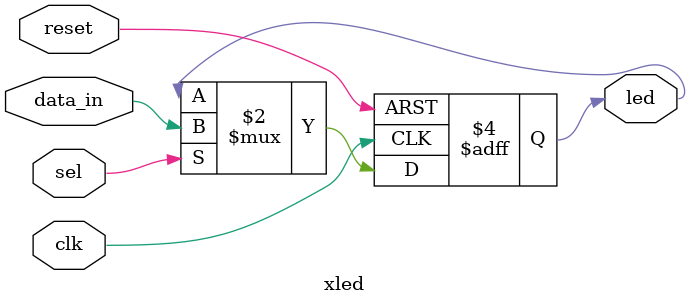
<source format=v>
`timescale 1ns / 1ps
`include "xdefs.vh"

module xled (
		input	   reset,
		input 	    clk,
		input 	    sel,
		input  	data_in,
		output reg led
		);

 always @(posedge clk,posedge reset)
   if (reset)
     led <= 1'b0;
   else if(sel)
     led <= data_in;
     

endmodule

</source>
